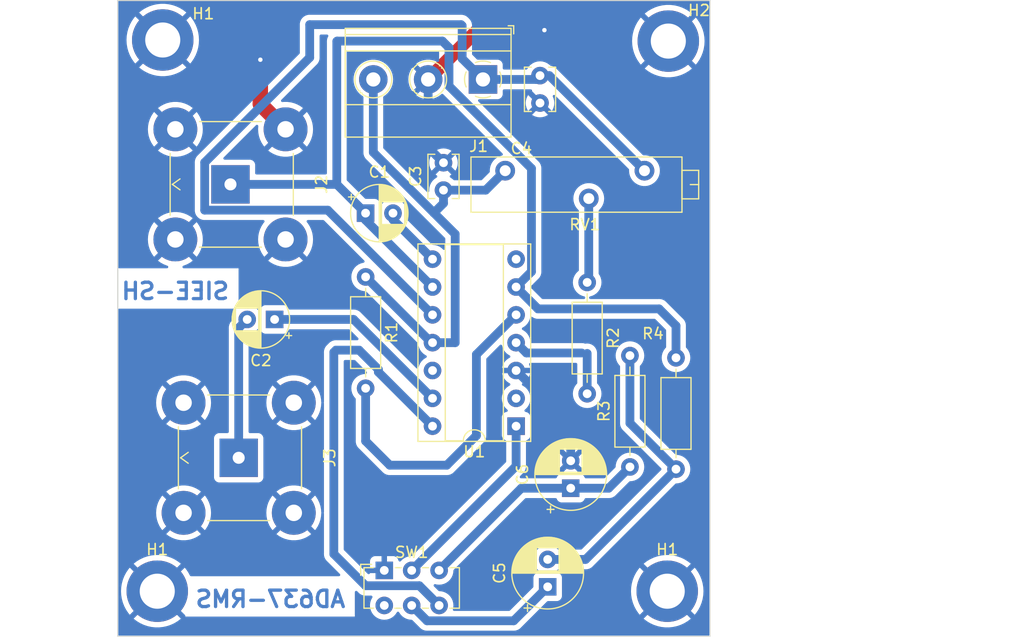
<source format=kicad_pcb>
(kicad_pcb (version 20221018) (generator pcbnew)
  (layers (0 "F.Cu" signal) (31 "B.Cu" signal) (34 "B.Paste" user) (35 "F.Paste" user) (36 "B.SilkS" user "B.Silkscreen") (37 "F.SilkS" user "F.Silkscreen") (38 "B.Mask" user) (39 "F.Mask" user) (44 "Edge.Cuts" user))
  (net 0 "")
  (net 1 "Net-(J2-In)")
  (net 2 "Net-(U1-C_{AV})")
  (net 3 "Net-(U1-V_{IN})")
  (net 4 "Net-(J3-In)")
  (net 5 "+VDC")
  (net 6 "GND")
  (net 7 "-VDC")
  (net 8 "Net-(C5-Pad1)")
  (net 9 "Net-(C5-Pad2)")
  (net 10 "Net-(C6-Pad1)")
  (net 11 "Net-(U1-CS)")
  (net 12 "Net-(R2-Pad1)")
  (net 13 "Net-(U1-OUTPUT_OFFSET)")
  (net 14 "Net-(U1-BUFF_IN)")
  (net 16 "Net-(U1-BUFF_OUT)")
  (footprint "Connector_Coaxial:BNC_TEConnectivity_1478035_Horizontal" (layer "F.Cu") (at 127.275 55.775 90)
    (fp_text reference "J2" (at 0 8.3 90) (layer "F.SilkS"))
    (fp_text value "Conn_Coaxial")
    (pad "1" thru_hole rect (at 0 0 90) (size 3.5 3.5) (drill 1.1) (layers "*.Cu" "*.Mask") (net 1 "Net-(J2-In)"))
    (pad "2" thru_hole circle (at -5.025 -5.025 90) (size 4 4) (drill 1.5) (layers "*.Cu" "*.Mask") (net 6 "GND"))
    (pad "2" thru_hole circle (at -5.025 5.025 90) (size 4 4) (drill 1.5) (layers "*.Cu" "*.Mask") (net 6 "GND"))
    (pad "2" thru_hole circle (at 5.025 -5.025 90) (size 4 4) (drill 1.5) (layers "*.Cu" "*.Mask") (net 6 "GND"))
    (pad "2" thru_hole circle (at 5.025 5.025 90) (size 4 4) (drill 1.5) (layers "*.Cu" "*.Mask") (net 6 "GND"))
  )
  (footprint "Capacitor_THT:C_Disc_D3.8mm_W2.6mm_P2.50mm" (layer "F.Cu") (at 146.7 56.3 90)
    (fp_text reference "C3" (at 1.25 -2.55 90) (layer "F.SilkS"))
    (fp_text value "0.1u")
    (pad "1" thru_hole circle (at 0 0 90) (size 1.6 1.6) (drill 0.8) (layers "*.Cu" "*.Mask") (net 5 "+VDC"))
    (pad "2" thru_hole circle (at 2.5 0 90) (size 1.6 1.6) (drill 0.8) (layers "*.Cu" "*.Mask") (net 6 "GND"))
  )
  (footprint "MountingHole:MountingHole_3.2mm_M3_DIN965_Pad" (layer "F.Cu") (at 167.2 42.7)
    (fp_text reference "H2" (at 2.8 -2.8) (layer "F.SilkS"))
    (fp_text value "MountingHole_3.2mm_M3_DIN965_Pad")
    (pad "1" thru_hole circle (at 0 0) (size 5.6 5.6) (drill 3.2) (layers "*.Cu" "*.Mask") (net 6 "GND"))
  )
  (footprint "TerminalBlock_Phoenix:TerminalBlock_Phoenix_MKDS-1,5-3_1x03_P5.00mm_Horizontal" (layer "F.Cu") (at 150.3 46.2 180)
    (fp_text reference "J1" (at 0.4 -6.1) (layer "F.SilkS"))
    (fp_text value "Screw_Terminal_01x03")
    (pad "1" thru_hole rect (at 0 0 180) (size 2.6 2.6) (drill 1.3) (layers "*.Cu" "*.Mask") (net 7 "-VDC"))
    (pad "2" thru_hole circle (at 5 0 180) (size 2.6 2.6) (drill 1.3) (layers "*.Cu" "*.Mask") (net 6 "GND"))
    (pad "3" thru_hole circle (at 10 0 180) (size 2.6 2.6) (drill 1.3) (layers "*.Cu" "*.Mask") (net 5 "+VDC"))
  )
  (footprint "MountingHole:MountingHole_3.2mm_M3_DIN965_Pad" (layer "F.Cu") (at 121.1 42.6)
    (fp_text reference "H1" (at 3.7 -2.4) (layer "F.SilkS"))
    (fp_text value "MountingHole_3.2mm_M3_DIN965_Pad")
    (pad "1" thru_hole circle (at 0 0) (size 5.6 5.6) (drill 3.2) (layers "*.Cu" "*.Mask") (net 6 "GND"))
  )
  (footprint "Resistor_THT:R_Axial_DIN0207_L6.3mm_D2.5mm_P10.16mm_Horizontal" (layer "F.Cu") (at 167.9 81.76 90)
    (fp_text reference "R4" (at 12.36 -2.1 180) (layer "F.SilkS"))
    (fp_text value "24k")
    (pad "1" thru_hole circle (at 0 0 90) (size 1.6 1.6) (drill 0.8) (layers "*.Cu" "*.Mask") (net 9 "Net-(C5-Pad2)"))
    (pad "2" thru_hole oval (at 10.16 0 90) (size 1.6 1.6) (drill 0.8) (layers "*.Cu" "*.Mask") (net 1 "Net-(J2-In)"))
  )
  (footprint "Button_Switch_THT:SW_E-Switch_EG1271_SPDT" (layer "F.Cu") (at 141.3 91)
    (fp_text reference "SW1" (at 2.5 -1.65) (layer "F.SilkS"))
    (fp_text value "SW_Push_DPDT")
    (pad "1" thru_hole rect (at 0 0) (size 1.6 1.6) (drill 0.8) (layers "*.Cu" "*.Mask") (net 6 "GND"))
    (pad "2" thru_hole circle (at 2.5 0) (size 1.6 1.6) (drill 0.8) (layers "*.Cu" "*.Mask") (net 14 "Net-(U1-BUFF_IN)"))
    (pad "3" thru_hole circle (at 5 0) (size 1.6 1.6) (drill 0.8) (layers "*.Cu" "*.Mask") (net 10 "Net-(C6-Pad1)"))
    (pad "4" thru_hole circle (at 0 3.2) (size 1.6 1.6) (drill 0.8) (layers "*.Cu" "*.Mask"))
    (pad "5" thru_hole circle (at 2.5 3.2) (size 1.6 1.6) (drill 0.8) (layers "*.Cu" "*.Mask") (net 8 "Net-(C5-Pad1)"))
    (pad "6" thru_hole circle (at 5 3.2) (size 1.6 1.6) (drill 0.8) (layers "*.Cu" "*.Mask") (net 16 "Net-(U1-BUFF_OUT)"))
  )
  (footprint "Package_DIP:DIP-14_W7.62mm_Socket" (layer "F.Cu") (at 153.32 77.84 180)
    (fp_text reference "U1" (at 3.81 -2.33) (layer "F.SilkS"))
    (fp_text value "AD637xQ")
    (pad "1" thru_hole rect (at 0 0 180) (size 1.6 1.6) (drill 0.8) (layers "*.Cu" "*.Mask") (net 14 "Net-(U1-BUFF_IN)"))
    (pad "2" thru_hole oval (at 0 2.54 180) (size 1.6 1.6) (drill 0.8) (layers "*.Cu" "*.Mask"))
    (pad "3" thru_hole oval (at 0 5.08 180) (size 1.6 1.6) (drill 0.8) (layers "*.Cu" "*.Mask") (net 6 "GND"))
    (pad "4" thru_hole oval (at 0 7.62 180) (size 1.6 1.6) (drill 0.8) (layers "*.Cu" "*.Mask") (net 13 "Net-(U1-OUTPUT_OFFSET)"))
    (pad "5" thru_hole oval (at 0 10.16 180) (size 1.6 1.6) (drill 0.8) (layers "*.Cu" "*.Mask") (net 11 "Net-(U1-CS)"))
    (pad "6" thru_hole oval (at 0 12.7 180) (size 1.6 1.6) (drill 0.8) (layers "*.Cu" "*.Mask") (net 1 "Net-(J2-In)"))
    (pad "7" thru_hole oval (at 0 15.24 180) (size 1.6 1.6) (drill 0.8) (layers "*.Cu" "*.Mask"))
    (pad "8" thru_hole oval (at 7.62 15.24 180) (size 1.6 1.6) (drill 0.8) (layers "*.Cu" "*.Mask") (net 2 "Net-(U1-C_{AV})"))
    (pad "9" thru_hole oval (at 7.62 12.7 180) (size 1.6 1.6) (drill 0.8) (layers "*.Cu" "*.Mask") (net 1 "Net-(J2-In)"))
    (pad "10" thru_hole oval (at 7.62 10.16 180) (size 1.6 1.6) (drill 0.8) (layers "*.Cu" "*.Mask") (net 7 "-VDC"))
    (pad "11" thru_hole oval (at 7.62 7.62 180) (size 1.6 1.6) (drill 0.8) (layers "*.Cu" "*.Mask") (net 5 "+VDC"))
    (pad "12" thru_hole oval (at 7.62 5.08 180) (size 1.6 1.6) (drill 0.8) (layers "*.Cu" "*.Mask"))
    (pad "13" thru_hole oval (at 7.62 2.54 180) (size 1.6 1.6) (drill 0.8) (layers "*.Cu" "*.Mask") (net 3 "Net-(U1-V_{IN})"))
    (pad "14" thru_hole oval (at 7.62 0 180) (size 1.6 1.6) (drill 0.8) (layers "*.Cu" "*.Mask") (net 16 "Net-(U1-BUFF_OUT)"))
  )
  (footprint "Resistor_THT:R_Axial_DIN0207_L6.3mm_D2.5mm_P10.16mm_Horizontal" (layer "F.Cu") (at 163.7 81.56 90)
    (fp_text reference "R3" (at 5.08 -2.37 90) (layer "F.SilkS"))
    (fp_text value "24k")
    (pad "1" thru_hole circle (at 0 0 90) (size 1.6 1.6) (drill 0.8) (layers "*.Cu" "*.Mask") (net 10 "Net-(C6-Pad1)"))
    (pad "2" thru_hole oval (at 10.16 0 90) (size 1.6 1.6) (drill 0.8) (layers "*.Cu" "*.Mask") (net 9 "Net-(C5-Pad2)"))
  )
  (footprint "Potentiometer_THT:Potentiometer_Vishay_43_Horizontal" (layer "F.Cu") (at 152.325 54.525 180)
    (fp_text reference "RV1" (at -7.26 -4.92) (layer "F.SilkS"))
    (fp_text value "R_Potentiometer")
    (pad "1" thru_hole circle (at 0 0 180) (size 1.8 1.8) (drill 1) (layers "*.Cu" "*.Mask") (net 5 "+VDC"))
    (pad "2" thru_hole circle (at -7.62 -2.54 180) (size 1.8 1.8) (drill 1) (layers "*.Cu" "*.Mask") (net 12 "Net-(R2-Pad1)"))
    (pad "3" thru_hole circle (at -12.7 0 180) (size 1.8 1.8) (drill 1) (layers "*.Cu" "*.Mask") (net 7 "-VDC"))
  )
  (footprint "MountingHole:MountingHole_3.2mm_M3_DIN965_Pad" (layer "F.Cu") (at 120.6 92.9)
    (fp_text reference "H1" (at 0 -3.8) (layer "F.SilkS"))
    (fp_text value "MountingHole_3.2mm_M3_DIN965_Pad")
    (pad "1" thru_hole circle (at 0 0) (size 5.6 5.6) (drill 3.2) (layers "*.Cu" "*.Mask") (net 6 "GND"))
  )
  (footprint "Capacitor_THT:CP_Radial_D5.0mm_P2.50mm" (layer "F.Cu") (at 139.594888 58.4)
    (fp_text reference "C1" (at 1.25 -3.75) (layer "F.SilkS"))
    (fp_text value "22u")
    (pad "1" thru_hole rect (at 0 0) (size 1.6 1.6) (drill 0.8) (layers "*.Cu" "*.Mask") (net 1 "Net-(J2-In)"))
    (pad "2" thru_hole circle (at 2.5 0) (size 1.6 1.6) (drill 0.8) (layers "*.Cu" "*.Mask") (net 2 "Net-(U1-C_{AV})"))
  )
  (footprint "Capacitor_THT:C_Disc_D3.8mm_W2.6mm_P2.50mm" (layer "F.Cu") (at 155.5 45.85 -90)
    (fp_text reference "C4" (at 6.65 1.7 -180) (layer "F.SilkS"))
    (fp_text value "0.1u")
    (pad "1" thru_hole circle (at 0 0 270) (size 1.6 1.6) (drill 0.8) (layers "*.Cu" "*.Mask") (net 7 "-VDC"))
    (pad "2" thru_hole circle (at 2.5 0 270) (size 1.6 1.6) (drill 0.8) (layers "*.Cu" "*.Mask") (net 6 "GND"))
  )
  (footprint "MountingHole:MountingHole_3.2mm_M3_DIN965_Pad" (layer "F.Cu") (at 167.1 92.9)
    (fp_text reference "H1" (at 0 -3.8) (layer "F.SilkS"))
    (fp_text value "MountingHole_3.2mm_M3_DIN965_Pad")
    (pad "1" thru_hole circle (at 0 0) (size 5.6 5.6) (drill 3.2) (layers "*.Cu" "*.Mask") (net 6 "GND"))
  )
  (footprint "Capacitor_THT:CP_Radial_D6.3mm_P2.50mm" (layer "F.Cu") (at 156.2 92.5 90)
    (fp_text reference "C5" (at 1.25 -4.4 90) (layer "F.SilkS"))
    (fp_text value "47u")
    (pad "1" thru_hole rect (at 0 0 90) (size 1.6 1.6) (drill 0.8) (layers "*.Cu" "*.Mask") (net 8 "Net-(C5-Pad1)"))
    (pad "2" thru_hole circle (at 2.5 0 90) (size 1.6 1.6) (drill 0.8) (layers "*.Cu" "*.Mask") (net 9 "Net-(C5-Pad2)"))
  )
  (footprint "Resistor_THT:R_Axial_DIN0207_L6.3mm_D2.5mm_P10.16mm_Horizontal" (layer "F.Cu") (at 159.8 64.72 -90)
    (fp_text reference "R2" (at 5.08 -2.37 90) (layer "F.SilkS"))
    (fp_text value "1M")
    (pad "1" thru_hole circle (at 0 0 270) (size 1.6 1.6) (drill 0.8) (layers "*.Cu" "*.Mask") (net 12 "Net-(R2-Pad1)"))
    (pad "2" thru_hole oval (at 10.16 0 270) (size 1.6 1.6) (drill 0.8) (layers "*.Cu" "*.Mask") (net 13 "Net-(U1-OUTPUT_OFFSET)"))
  )
  (footprint "Connector_Coaxial:BNC_TEConnectivity_1478035_Horizontal" (layer "F.Cu") (at 128.025 80.725 90)
    (fp_text reference "J3" (at 0 8.3 90) (layer "F.SilkS"))
    (fp_text value "Conn_Coaxial")
    (pad "1" thru_hole rect (at 0 0 90) (size 3.5 3.5) (drill 1.1) (layers "*.Cu" "*.Mask") (net 4 "Net-(J3-In)"))
    (pad "2" thru_hole circle (at -5.025 -5.025 90) (size 4 4) (drill 1.5) (layers "*.Cu" "*.Mask") (net 6 "GND"))
    (pad "2" thru_hole circle (at -5.025 5.025 90) (size 4 4) (drill 1.5) (layers "*.Cu" "*.Mask") (net 6 "GND"))
    (pad "2" thru_hole circle (at 5.025 -5.025 90) (size 4 4) (drill 1.5) (layers "*.Cu" "*.Mask") (net 6 "GND"))
    (pad "2" thru_hole circle (at 5.025 5.025 90) (size 4 4) (drill 1.5) (layers "*.Cu" "*.Mask") (net 6 "GND"))
  )
  (footprint "Capacitor_THT:CP_Radial_D5.0mm_P2.50mm" (layer "F.Cu") (at 131.3 68.1 180)
    (fp_text reference "C2" (at 1.25 -3.75) (layer "F.SilkS"))
    (fp_text value "22u")
    (pad "1" thru_hole rect (at 0 0 180) (size 1.6 1.6) (drill 0.8) (layers "*.Cu" "*.Mask") (net 3 "Net-(U1-V_{IN})"))
    (pad "2" thru_hole circle (at 2.5 0 180) (size 1.6 1.6) (drill 0.8) (layers "*.Cu" "*.Mask") (net 4 "Net-(J3-In)"))
  )
  (footprint "Capacitor_THT:CP_Radial_D6.3mm_P2.50mm" (layer "F.Cu") (at 158.3 83.5 90)
    (fp_text reference "C6" (at 1.25 -4.4 90) (layer "F.SilkS"))
    (fp_text value "47u")
    (pad "1" thru_hole rect (at 0 0 90) (size 1.6 1.6) (drill 0.8) (layers "*.Cu" "*.Mask") (net 10 "Net-(C6-Pad1)"))
    (pad "2" thru_hole circle (at 2.5 0 90) (size 1.6 1.6) (drill 0.8) (layers "*.Cu" "*.Mask") (net 6 "GND"))
  )
  (footprint "Resistor_THT:R_Axial_DIN0207_L6.3mm_D2.5mm_P10.16mm_Horizontal" (layer "F.Cu") (at 139.6 64.22 -90)
    (fp_text reference "R1" (at 5.08 -2.37 90) (layer "F.SilkS"))
    (fp_text value "4.7K")
    (pad "1" thru_hole circle (at 0 0 270) (size 1.6 1.6) (drill 0.8) (layers "*.Cu" "*.Mask") (net 5 "+VDC"))
    (pad "2" thru_hole oval (at 10.16 0 270) (size 1.6 1.6) (drill 0.8) (layers "*.Cu" "*.Mask") (net 11 "Net-(U1-CS)"))
  )
  (gr_line (start 117 39) (end 117 97) (stroke (width 0.1)) (layer "Edge.Cuts"))
  (gr_line (start 117 97) (end 171 97) (stroke (width 0.1)) (layer "Edge.Cuts"))
  (gr_line (start 171 39) (end 171 97) (stroke (width 0.1)) (layer "Edge.Cuts"))
  (gr_line (start 117 39) (end 171 39) (stroke (width 0.1)) (layer "Edge.Cuts"))
  (gr_text "SIEE-SH" (at 127.3 66.4) (layer "B.Cu") (effects (font (size 1.5 1.5) (thickness 0.3) bold) (justify left bottom mirror)))
  (gr_text "AD637-RMS" (at 137.9 94.5) (layer "B.Cu") (effects (font (size 1.5 1.5) (thickness 0.3) bold) (justify left bottom mirror)))
  (segment (start 147.2 46.8) (end 154.72 54.32) (width 0.8) (layer "B.Cu") (net 1))
  (segment (start 154.72 54.32) (end 154.72 63.74) (width 0.8) (layer "B.Cu") (net 1))
  (segment (start 136.969888 42.730112) (end 137 42.7) (width 0.8) (layer "B.Cu") (net 1))
  (segment (start 154.72 63.74) (end 153.32 65.14) (width 0.8) (layer "B.Cu") (net 1))
  (segment (start 167.9 68.68) (end 167.9 71.6) (width 0.8) (layer "B.Cu") (net 1))
  (segment (start 153.32 65.14) (end 155.32 67.14) (width 0.8) (layer "B.Cu") (net 1))
  (segment (start 155.32 67.14) (end 166.36 67.14) (width 0.8) (layer "B.Cu") (net 1))
  (segment (start 136.969888 55.775) (end 136.969888 42.730112) (width 0.8) (layer "B.Cu") (net 1))
  (segment (start 137 42.7) (end 146.6 42.7) (width 0.8) (layer "B.Cu") (net 1))
  (segment (start 127.275 55.775) (end 136.969888 55.775) (width 0.8) (layer "B.Cu") (net 1))
  (segment (start 166.36 67.14) (end 167.9 68.68) (width 0.8) (layer "B.Cu") (net 1))
  (segment (start 136.969888 55.775) (end 139.594888 58.4) (width 0.8) (layer "B.Cu") (net 1))
  (segment (start 145.7 65.14) (end 139.594888 59.034888) (width 0.8) (layer "B.Cu") (net 1))
  (segment (start 147.2 43.3) (end 147.2 46.8) (width 0.8) (layer "B.Cu") (net 1))
  (segment (start 146.6 42.7) (end 147.2 43.3) (width 0.8) (layer "B.Cu") (net 1))
  (segment (start 139.594888 59.034888) (end 139.594888 58.4) (width 0.8) (layer "B.Cu") (net 1))
  (segment (start 142.094888 58.994888) (end 145.7 62.6) (width 0.8) (layer "B.Cu") (net 2))
  (segment (start 142.094888 58.4) (end 142.094888 58.994888) (width 0.8) (layer "B.Cu") (net 2))
  (segment (start 131.3 68.1) (end 138.5 68.1) (width 0.8) (layer "B.Cu") (net 3))
  (segment (start 138.5 68.1) (end 145.7 75.3) (width 0.8) (layer "B.Cu") (net 3))
  (segment (start 128.025 80.725) (end 128.025 68.875) (width 0.8) (layer "B.Cu") (net 4))
  (segment (start 128.025 68.875) (end 128.8 68.1) (width 0.8) (layer "B.Cu") (net 4))
  (segment (start 147.765 70.22) (end 145.7 70.22) (width 0.8) (layer "B.Cu") (net 5))
  (segment (start 146.7 57.5) (end 146.7 56.3) (width 0.8) (layer "B.Cu") (net 5))
  (segment (start 147.765 60.315) (end 147.765 70.22) (width 0.8) (layer "B.Cu") (net 5))
  (segment (start 145.825 58.375) (end 146.7 57.5) (width 0.8) (layer "B.Cu") (net 5))
  (segment (start 145.825 58.375) (end 147.765 60.315) (width 0.8) (layer "B.Cu") (net 5))
  (segment (start 145.6 70.22) (end 145.7 70.22) (width 0.8) (layer "B.Cu") (net 5))
  (segment (start 140.3 52.85) (end 145.825 58.375) (width 0.8) (layer "B.Cu") (net 5))
  (segment (start 146.7 56.3) (end 150.55 56.3) (width 0.8) (layer "B.Cu") (net 5))
  (segment (start 139.6 64.22) (end 145.6 70.22) (width 0.8) (layer "B.Cu") (net 5))
  (segment (start 140.3 46.2) (end 140.3 52.85) (width 0.8) (layer "B.Cu") (net 5))
  (segment (start 150.55 56.3) (end 152.325 54.525) (width 0.8) (layer "B.Cu") (net 5))
  (segment (start 149.8 41.7) (end 155.9 41.7) (width 1.2) (layer "F.Cu") (net 6))
  (segment (start 130 48.45) (end 132.3 50.75) (width 1.4) (layer "F.Cu") (net 6))
  (segment (start 145.3 46.2) (end 149.8 41.7) (width 1.2) (layer "F.Cu") (net 6))
  (segment (start 130 44.4) (end 130 48.45) (width 1.4) (layer "F.Cu") (net 6))
  (via (at 130 44.4) (size 1.4) (drill 0.4) (layers "F.Cu" "B.Cu") (net 6))
  (via (at 155.9 41.7) (size 1.4) (drill 0.4) (layers "F.Cu" "B.Cu") (net 6))
  (segment (start 145.3 46.2) (end 145.3 52.4) (width 0.8) (layer "B.Cu") (net 6))
  (segment (start 153.32 72.76) (end 158.3 77.74) (width 0.8) (layer "B.Cu") (net 6))
  (segment (start 158.3 77.74) (end 158.3 81) (width 0.8) (layer "B.Cu") (net 6))
  (segment (start 145.3 52.4) (end 146.7 53.8) (width 0.8) (layer "B.Cu") (net 6))
  (segment (start 134.5 44.2) (end 124.925 53.775) (width 0.8) (layer "B.Cu") (net 7))
  (segment (start 134.5 41.2) (end 134.5 44.2) (width 0.8) (layer "B.Cu") (net 7))
  (segment (start 148.3 41.2) (end 148.4 41.3) (width 0.8) (layer "B.Cu") (net 7))
  (segment (start 124.925 58.125) (end 136.145 58.125) (width 0.8) (layer "B.Cu") (net 7))
  (segment (start 136.145 58.125) (end 145.7 67.68) (width 0.8) (layer "B.Cu") (net 7))
  (segment (start 150.3 46.2) (end 148.4 44.3) (width 0.8) (layer "B.Cu") (net 7))
  (segment (start 155.15 46.2) (end 155.5 45.85) (width 0.8) (layer "B.Cu") (net 7))
  (segment (start 150.3 46.2) (end 155.15 46.2) (width 0.8) (layer "B.Cu") (net 7))
  (segment (start 148.4 44.3) (end 148.4 41.3) (width 0.8) (layer "B.Cu") (net 7))
  (segment (start 156.35 45.85) (end 155.5 45.85) (width 0.8) (layer "B.Cu") (net 7))
  (segment (start 134.5 41.2) (end 148.3 41.2) (width 0.8) (layer "B.Cu") (net 7))
  (segment (start 165.025 54.525) (end 156.35 45.85) (width 0.8) (layer "B.Cu") (net 7))
  (segment (start 124.925 53.775) (end 124.925 58.125) (width 0.8) (layer "B.Cu") (net 7))
  (segment (start 153.1 95.6) (end 145.2 95.6) (width 0.8) (layer "B.Cu") (net 8))
  (segment (start 145.2 95.6) (end 143.8 94.2) (width 0.8) (layer "B.Cu") (net 8))
  (segment (start 156.2 92.5) (end 153.1 95.6) (width 0.8) (layer "B.Cu") (net 8))
  (segment (start 159.66 90) (end 167.9 81.76) (width 0.8) (layer "B.Cu") (net 9))
  (segment (start 163.7 77.56) (end 167.9 81.76) (width 0.8) (layer "B.Cu") (net 9))
  (segment (start 163.7 71.4) (end 163.7 77.56) (width 0.8) (layer "B.Cu") (net 9))
  (segment (start 156.2 90) (end 159.66 90) (width 0.8) (layer "B.Cu") (net 9))
  (segment (start 158.3 83.5) (end 161.76 83.5) (width 0.8) (layer "B.Cu") (net 10))
  (segment (start 153.8 83.5) (end 146.3 91) (width 0.8) (layer "B.Cu") (net 10))
  (segment (start 161.76 83.5) (end 163.7 81.56) (width 0.8) (layer "B.Cu") (net 10))
  (segment (start 158.3 83.5) (end 153.8 83.5) (width 0.8) (layer "B.Cu") (net 10))
  (segment (start 147 81.4) (end 141.8 81.4) (width 0.8) (layer "B.Cu") (net 11))
  (segment (start 149.7 78.7) (end 147 81.4) (width 0.8) (layer "B.Cu") (net 11))
  (segment (start 141.8 81.4) (end 139.6 79.2) (width 0.8) (layer "B.Cu") (net 11))
  (segment (start 149.7 71.3) (end 149.7 78.7) (width 0.8) (layer "B.Cu") (net 11))
  (segment (start 153.32 67.68) (end 149.7 71.3) (width 0.8) (layer "B.Cu") (net 11))
  (segment (start 139.6 79.2) (end 139.6 74.38) (width 0.8) (layer "B.Cu") (net 11))
  (segment (start 159.945 64.575) (end 159.8 64.72) (width 0.8) (layer "B.Cu") (net 12))
  (segment (start 159.945 57.065) (end 159.945 64.575) (width 0.8) (layer "B.Cu") (net 12))
  (segment (start 154.26 71.16) (end 153.32 70.22) (width 0.8) (layer "B.Cu") (net 13))
  (segment (start 159.3 71.16) (end 154.26 71.16) (width 0.8) (layer "B.Cu") (net 13))
  (segment (start 159.8 74.88) (end 159.8 71.2) (width 0.8) (layer "B.Cu") (net 13))
  (segment (start 153.32 77.84) (end 153.32 81.48) (width 0.8) (layer "B.Cu") (net 14))
  (segment (start 153.32 81.48) (end 143.8 91) (width 0.8) (layer "B.Cu") (net 14))
  (segment (start 144.5 92.4) (end 139.6 92.4) (width 0.8) (layer "B.Cu") (net 16))
  (segment (start 140.76 72.9) (end 145.7 77.84) (width 0.8) (layer "B.Cu") (net 16))
  (segment (start 136.9 70.9) (end 139 70.9) (width 0.8) (layer "B.Cu") (net 16))
  (segment (start 136.7 71.1) (end 136.9 70.9) (width 0.8) (layer "B.Cu") (net 16))
  (segment (start 136.7 89.5) (end 136.7 71.1) (width 0.8) (layer "B.Cu") (net 16))
  (segment (start 139 70.9) (end 140.76 72.66) (width 0.8) (layer "B.Cu") (net 16))
  (segment (start 146.3 94.2) (end 144.5 92.4) (width 0.8) (layer "B.Cu") (net 16))
  (segment (start 139.6 92.4) (end 136.7 89.5) (width 0.8) (layer "B.Cu") (net 16))
  (segment (start 140.76 72.66) (end 140.76 72.9) (width 0.8) (layer "B.Cu") (net 16))
  (zone (net 6) (net_name "GND") (layer "B.Cu") (connect_pads (clearance 0.5)) (min_thickness 0.25) (fill yes (thermal_gap 0.5) (thermal_bridge_width 0.5))
    (polygon (pts (xy 117 39) (xy 171 39) (xy 171 97) (xy 117 97) (xy 117 94.3)))
  )
)
</source>
